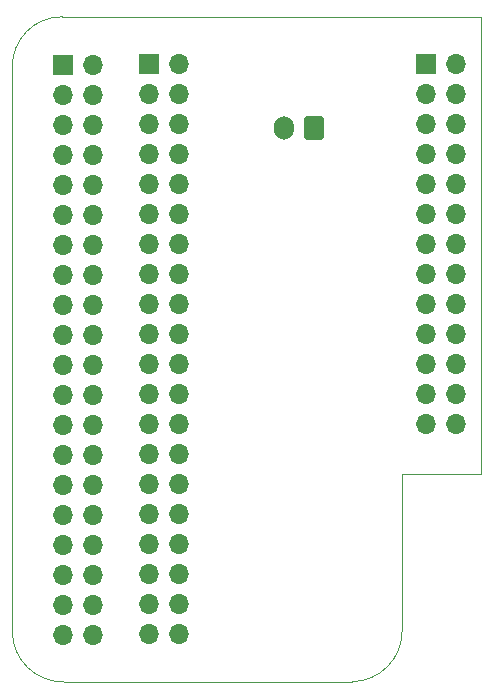
<source format=gbr>
G04 #@! TF.GenerationSoftware,KiCad,Pcbnew,7.0.5*
G04 #@! TF.CreationDate,2023-06-11T09:32:39-04:00*
G04 #@! TF.ProjectId,PI4Adapter,50493441-6461-4707-9465-722e6b696361,0.1b*
G04 #@! TF.SameCoordinates,Original*
G04 #@! TF.FileFunction,Soldermask,Bot*
G04 #@! TF.FilePolarity,Negative*
%FSLAX46Y46*%
G04 Gerber Fmt 4.6, Leading zero omitted, Abs format (unit mm)*
G04 Created by KiCad (PCBNEW 7.0.5) date 2023-06-11 09:32:39*
%MOMM*%
%LPD*%
G01*
G04 APERTURE LIST*
G04 Aperture macros list*
%AMRoundRect*
0 Rectangle with rounded corners*
0 $1 Rounding radius*
0 $2 $3 $4 $5 $6 $7 $8 $9 X,Y pos of 4 corners*
0 Add a 4 corners polygon primitive as box body*
4,1,4,$2,$3,$4,$5,$6,$7,$8,$9,$2,$3,0*
0 Add four circle primitives for the rounded corners*
1,1,$1+$1,$2,$3*
1,1,$1+$1,$4,$5*
1,1,$1+$1,$6,$7*
1,1,$1+$1,$8,$9*
0 Add four rect primitives between the rounded corners*
20,1,$1+$1,$2,$3,$4,$5,0*
20,1,$1+$1,$4,$5,$6,$7,0*
20,1,$1+$1,$6,$7,$8,$9,0*
20,1,$1+$1,$8,$9,$2,$3,0*%
G04 Aperture macros list end*
%ADD10R,1.700000X1.700000*%
%ADD11O,1.700000X1.700000*%
%ADD12RoundRect,0.250000X0.600000X0.750000X-0.600000X0.750000X-0.600000X-0.750000X0.600000X-0.750000X0*%
%ADD13O,1.700000X2.000000*%
G04 #@! TA.AperFunction,Profile*
%ADD14C,0.100000*%
G04 #@! TD*
G04 APERTURE END LIST*
D10*
X115570000Y-77625000D03*
D11*
X118110000Y-77625000D03*
X115570000Y-80165000D03*
X118110000Y-80165000D03*
X115570000Y-82705000D03*
X118110000Y-82705000D03*
X115570000Y-85245000D03*
X118110000Y-85245000D03*
X115570000Y-87785000D03*
X118110000Y-87785000D03*
X115570000Y-90325000D03*
X118110000Y-90325000D03*
X115570000Y-92865000D03*
X118110000Y-92865000D03*
X115570000Y-95405000D03*
X118110000Y-95405000D03*
X115570000Y-97945000D03*
X118110000Y-97945000D03*
X115570000Y-100485000D03*
X118110000Y-100485000D03*
X115570000Y-103025000D03*
X118110000Y-103025000D03*
X115570000Y-105565000D03*
X118110000Y-105565000D03*
X115570000Y-108105000D03*
X118110000Y-108105000D03*
X115570000Y-110645000D03*
X118110000Y-110645000D03*
X115570000Y-113185000D03*
X118110000Y-113185000D03*
X115570000Y-115725000D03*
X118110000Y-115725000D03*
X115570000Y-118265000D03*
X118110000Y-118265000D03*
X115570000Y-120805000D03*
X118110000Y-120805000D03*
X115570000Y-123345000D03*
X118110000Y-123345000D03*
X115570000Y-125885000D03*
X118110000Y-125885000D03*
D12*
X129520000Y-83050000D03*
D13*
X127020000Y-83050000D03*
D10*
X108250000Y-77700000D03*
D11*
X110790000Y-77700000D03*
X108250000Y-80240000D03*
X110790000Y-80240000D03*
X108250000Y-82780000D03*
X110790000Y-82780000D03*
X108250000Y-85320000D03*
X110790000Y-85320000D03*
X108250000Y-87860000D03*
X110790000Y-87860000D03*
X108250000Y-90400000D03*
X110790000Y-90400000D03*
X108250000Y-92940000D03*
X110790000Y-92940000D03*
X108250000Y-95480000D03*
X110790000Y-95480000D03*
X108250000Y-98020000D03*
X110790000Y-98020000D03*
X108250000Y-100560000D03*
X110790000Y-100560000D03*
X108250000Y-103100000D03*
X110790000Y-103100000D03*
X108250000Y-105640000D03*
X110790000Y-105640000D03*
X108250000Y-108180000D03*
X110790000Y-108180000D03*
X108250000Y-110720000D03*
X110790000Y-110720000D03*
X108250000Y-113260000D03*
X110790000Y-113260000D03*
X108250000Y-115800000D03*
X110790000Y-115800000D03*
X108250000Y-118340000D03*
X110790000Y-118340000D03*
X108250000Y-120880000D03*
X110790000Y-120880000D03*
X108250000Y-123420000D03*
X110790000Y-123420000D03*
X108250000Y-125960000D03*
X110790000Y-125960000D03*
D10*
X139060000Y-77575000D03*
D11*
X141600000Y-77575000D03*
X139060000Y-80115000D03*
X141600000Y-80115000D03*
X139060000Y-82655000D03*
X141600000Y-82655000D03*
X139060000Y-85195000D03*
X141600000Y-85195000D03*
X139060000Y-87735000D03*
X141600000Y-87735000D03*
X139060000Y-90275000D03*
X141600000Y-90275000D03*
X139060000Y-92815000D03*
X141600000Y-92815000D03*
X139060000Y-95355000D03*
X141600000Y-95355000D03*
X139060000Y-97895000D03*
X141600000Y-97895000D03*
X139060000Y-100435000D03*
X141600000Y-100435000D03*
X139060000Y-102975000D03*
X141600000Y-102975000D03*
X139060000Y-105515000D03*
X141600000Y-105515000D03*
X139060000Y-108055000D03*
X141600000Y-108055000D03*
D14*
X108235592Y-73600000D02*
X143700000Y-73600000D01*
X132750001Y-129900045D02*
G75*
G03*
X137000000Y-125550000I-52401J4302345D01*
G01*
X143700000Y-112350000D02*
X137000000Y-112350000D01*
X143700000Y-73600000D02*
X143700000Y-112350000D01*
X104000004Y-125685592D02*
G75*
G03*
X108361560Y-129900000I4256596J41092D01*
G01*
X104000000Y-125685592D02*
X104000000Y-77907877D01*
X132750000Y-129900000D02*
X108361560Y-129900000D01*
X108235592Y-73599997D02*
G75*
G03*
X104000001Y-77907877I-46932J-4190053D01*
G01*
X137000000Y-112350000D02*
X137000000Y-125550000D01*
M02*

</source>
